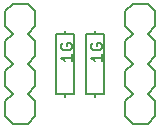
<source format=gto>
G75*
%MOIN*%
%OFA0B0*%
%FSLAX25Y25*%
%IPPOS*%
%LPD*%
%AMOC8*
5,1,8,0,0,1.08239X$1,22.5*
%
%ADD10C,0.00800*%
%ADD11C,0.00600*%
D10*
X0009300Y0006800D02*
X0014300Y0006800D01*
X0016800Y0009300D01*
X0016800Y0014300D01*
X0014300Y0016800D01*
X0016800Y0019300D01*
X0016800Y0024300D01*
X0014300Y0026800D01*
X0016800Y0029300D01*
X0016800Y0034300D01*
X0014300Y0036800D01*
X0016800Y0039300D01*
X0016800Y0044300D01*
X0014300Y0046800D01*
X0009300Y0046800D01*
X0006800Y0044300D01*
X0006800Y0039300D01*
X0009300Y0036800D01*
X0006800Y0034300D01*
X0006800Y0029300D01*
X0009300Y0026800D01*
X0006800Y0024300D01*
X0006800Y0019300D01*
X0009300Y0016800D01*
X0006800Y0014300D01*
X0006800Y0009300D01*
X0009300Y0006800D01*
X0023800Y0016800D02*
X0023800Y0036800D01*
X0026800Y0036800D01*
X0026800Y0037800D01*
X0026800Y0036800D02*
X0029800Y0036800D01*
X0029800Y0016800D01*
X0026800Y0016800D01*
X0026800Y0015800D01*
X0026800Y0016800D02*
X0023800Y0016800D01*
X0033800Y0016800D02*
X0033800Y0036800D01*
X0036800Y0036800D01*
X0036800Y0037800D01*
X0036800Y0036800D02*
X0039800Y0036800D01*
X0039800Y0016800D01*
X0036800Y0016800D01*
X0036800Y0015800D01*
X0036800Y0016800D02*
X0033800Y0016800D01*
X0046800Y0014300D02*
X0046800Y0009300D01*
X0049300Y0006800D01*
X0054300Y0006800D01*
X0056800Y0009300D01*
X0056800Y0014300D01*
X0054300Y0016800D01*
X0056800Y0019300D01*
X0056800Y0024300D01*
X0054300Y0026800D01*
X0056800Y0029300D01*
X0056800Y0034300D01*
X0054300Y0036800D01*
X0056800Y0039300D01*
X0056800Y0044300D01*
X0054300Y0046800D01*
X0049300Y0046800D01*
X0046800Y0044300D01*
X0046800Y0039300D01*
X0049300Y0036800D01*
X0046800Y0034300D01*
X0046800Y0029300D01*
X0049300Y0026800D01*
X0046800Y0024300D01*
X0046800Y0019300D01*
X0049300Y0016800D01*
X0046800Y0014300D01*
D11*
X0039000Y0027734D02*
X0039000Y0030002D01*
X0039000Y0028868D02*
X0035597Y0028868D01*
X0036731Y0027734D01*
X0036164Y0031417D02*
X0038433Y0031417D01*
X0039000Y0031984D01*
X0039000Y0033118D01*
X0038433Y0033685D01*
X0037299Y0033685D01*
X0037299Y0032551D01*
X0036164Y0031417D02*
X0035597Y0031984D01*
X0035597Y0033118D01*
X0036164Y0033685D01*
X0029000Y0033118D02*
X0029000Y0031984D01*
X0028433Y0031417D01*
X0026164Y0031417D01*
X0025597Y0031984D01*
X0025597Y0033118D01*
X0026164Y0033685D01*
X0027299Y0033685D02*
X0027299Y0032551D01*
X0027299Y0033685D02*
X0028433Y0033685D01*
X0029000Y0033118D01*
X0029000Y0030002D02*
X0029000Y0027734D01*
X0029000Y0028868D02*
X0025597Y0028868D01*
X0026731Y0027734D01*
M02*

</source>
